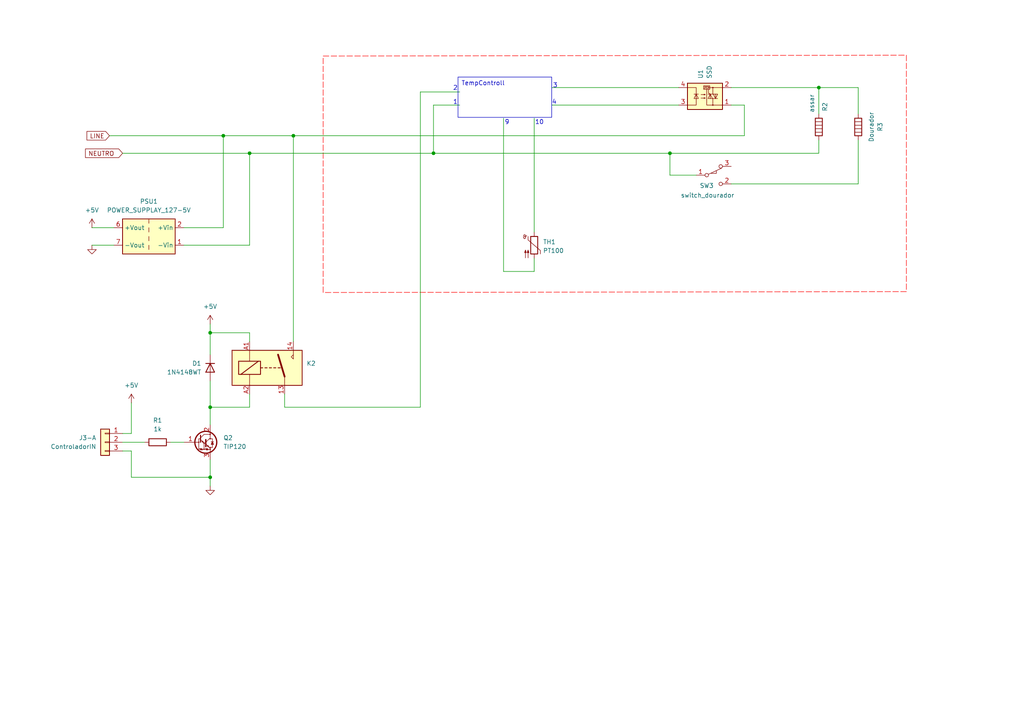
<source format=kicad_sch>
(kicad_sch (version 20250114) (generator "eeschema") (generator_version "9.0")
  (paper "A4")
  (lib_symbols
    (symbol "Connector_Generic:Conn_01x03" (pin_names (offset 1.016) (hide yes))
      (property "Reference" "J" (at 0 5.08 0))
      (property "Value" "Conn_01x03" (at 0 -5.08 0))
      (symbol "Conn_01x03_1_1"
        (rectangle (start -1.27 3.81) (end 1.27 -3.81) (stroke (width 0.254)) (fill (type background)))
        (rectangle (start -1.27 2.667) (end 0 2.413) (stroke (width 0.1524)))
        (rectangle (start -1.27 0.127) (end 0 -0.127) (stroke (width 0.1524)))
        (rectangle (start -1.27 -2.413) (end 0 -2.667) (stroke (width 0.1524)))
        (pin passive line (at -5.08 2.54 0) (length 3.81) (name "Pin_1") (number "1"))
        (pin passive line (at -5.08 0 0) (length 3.81) (name "Pin_2") (number "2"))
        (pin passive line (at -5.08 -2.54 0) (length 3.81) (name "Pin_3") (number "3"))
      )
    )
    (symbol "Converter_DCDC:ITX1209SA"
      (property "Reference" "PS" (at -7.62 6.35 0))
      (property "Value" "ITX1209SA" (at 1.27 6.35 0))
      (symbol "ITX1209SA_0_0"
        (pin power_in line (at -10.16 2.54 0) (length 2.54) (name "+Vin") (number "2"))
        (pin power_in line (at -10.16 -2.54 0) (length 2.54) (name "-Vin") (number "1"))
        (pin no_connect line (at 7.62 0 180) (length 2.54) (hide yes) (name "NC") (number "8"))
        (pin power_out line (at 10.16 2.54 180) (length 2.54) (name "+Vout") (number "6"))
        (pin power_out line (at 10.16 -2.54 180) (length 2.54) (name "-Vout") (number "7"))
      )
      (symbol "ITX1209SA_0_1"
        (rectangle (start -7.62 5.08) (end 7.62 -5.08) (stroke (width 0.254)) (fill (type background)))
        (polyline (pts (xy 0 5.08) (xy 0 3.81)))
        (polyline (pts (xy 0 2.54) (xy 0 1.27)))
        (polyline (pts (xy 0 0) (xy 0 -1.27)))
        (polyline (pts (xy 0 -2.54) (xy 0 -3.81)))
      )
    )
    (symbol "Device:Heater" (pin_numbers (hide yes)) (pin_names (offset 0))
      (property "Reference" "R" (at 2.032 0 90))
      (property "Value" "Heater" (at -2.032 0 90))
      (symbol "Heater_0_1"
        (polyline (pts (xy -1.016 1.524) (xy 1.016 1.524)))
        (rectangle (start -1.016 -2.54) (end 1.016 2.54) (stroke (width 0.254)))
        (polyline (pts (xy 1.016 0.508) (xy -1.016 0.508)))
        (polyline (pts (xy 1.016 -0.508) (xy -1.016 -0.508)))
        (polyline (pts (xy 1.016 -1.524) (xy -1.016 -1.524)))
      )
      (symbol "Heater_1_1"
        (pin passive line (at 0 3.81 270) (length 1.27) (name "~") (number "1"))
        (pin passive line (at 0 -3.81 90) (length 1.27) (name "~") (number "2"))
      )
    )
    (symbol "Device:R" (pin_numbers (hide yes)) (pin_names (offset 0))
      (property "Reference" "R" (at 2.032 0 90))
      (property "Value" "R" (at 0 0 90))
      (symbol "R_0_1"
        (rectangle (start -1.016 -2.54) (end 1.016 2.54) (stroke (width 0.254)))
      )
      (symbol "R_1_1"
        (pin passive line (at 0 3.81 270) (length 1.27) (name "~") (number "1"))
        (pin passive line (at 0 -3.81 90) (length 1.27) (name "~") (number "2"))
      )
    )
    (symbol "Diode:1N4148WT" (pin_numbers (hide yes)) (pin_names (hide yes))
      (property "Reference" "D" (at 0 2.54 0))
      (property "Value" "1N4148WT" (at 0 -2.54 0))
      (symbol "1N4148WT_0_1"
        (polyline (pts (xy -1.27 1.27) (xy -1.27 -1.27)) (stroke (width 0.254)))
        (polyline (pts (xy 1.27 1.27) (xy 1.27 -1.27) (xy -1.27 0) (xy 1.27 1.27)) (stroke (width 0.254)))
        (polyline (pts (xy 1.27 0) (xy -1.27 0)))
      )
      (symbol "1N4148WT_1_1"
        (pin passive line (at -3.81 0 0) (length 2.54) (name "K") (number "1"))
        (pin passive line (at 3.81 0 180) (length 2.54) (name "A") (number "2"))
      )
    )
    (symbol "Relay:Fujitsu_FTR-LYAA005x"
      (property "Reference" "K" (at 11.43 3.81 0))
      (property "Value" "Fujitsu_FTR-LYAA005x" (at 11.43 1.27 0))
      (symbol "Fujitsu_FTR-LYAA005x_0_0"
        (polyline (pts (xy 7.62 5.08) (xy 7.62 2.54) (xy 6.985 3.175) (xy 7.62 3.81)))
      )
      (symbol "Fujitsu_FTR-LYAA005x_0_1"
        (rectangle (start -10.16 5.08) (end 10.16 -5.08) (stroke (width 0.254)) (fill (type background)))
        (rectangle (start -8.255 1.905) (end -1.905 -1.905) (stroke (width 0.254)))
        (polyline (pts (xy -7.62 -1.905) (xy -2.54 1.905)) (stroke (width 0.254)))
        (polyline (pts (xy -5.08 5.08) (xy -5.08 1.905)))
        (polyline (pts (xy -5.08 -5.08) (xy -5.08 -1.905)))
        (polyline (pts (xy -1.905 0) (xy -1.27 0)) (stroke (width 0.254)))
        (polyline (pts (xy -0.635 0) (xy 0 0)) (stroke (width 0.254)))
        (polyline (pts (xy 0.635 0) (xy 1.27 0)) (stroke (width 0.254)))
        (polyline (pts (xy 1.905 0) (xy 2.54 0)) (stroke (width 0.254)))
        (polyline (pts (xy 3.175 0) (xy 3.81 0)) (stroke (width 0.254)))
        (polyline (pts (xy 5.08 -2.54) (xy 3.175 3.81)) (stroke (width 0.508)))
        (polyline (pts (xy 5.08 -2.54) (xy 5.08 -5.08)))
      )
      (symbol "Fujitsu_FTR-LYAA005x_1_1"
        (pin passive line (at -5.08 7.62 270) (length 2.54) (name "~") (number "A1"))
        (pin passive line (at -5.08 -7.62 90) (length 2.54) (name "~") (number "A2"))
        (pin passive line (at 5.08 -7.62 90) (length 2.54) (name "~") (number "13"))
        (pin passive line (at 7.62 7.62 270) (length 2.54) (name "~") (number "14"))
      )
    )
    (symbol "Relay_SolidState:HHG1D-1"
      (property "Reference" "U" (at -5.08 5.08 0))
      (property "Value" "HHG1D-1" (at 0 5.08 0))
      (symbol "HHG1D-1_0_0"
        (rectangle (start -0.381 -2.032) (end 1.397 -3.048))
        (polyline (pts (xy 1.524 -0.635) (xy 1.016 -1.016) (xy 1.016 -2.032)))
        (polyline (pts (xy 2.286 -2.54) (xy 1.397 -2.54)))
        (text "ZCD" (at 0.508 -2.54 0) (effects (font (size 0.508 0.508))))
      )
      (symbol "HHG1D-1_0_1"
        (rectangle (start -5.08 3.81) (end 5.08 -3.81) (stroke (width 0.254)) (fill (type background)))
        (polyline (pts (xy -5.08 2.54) (xy -2.54 2.54) (xy -2.54 -2.54) (xy -5.08 -2.54)))
        (polyline (pts (xy -3.175 -0.635) (xy -1.905 -0.635)))
        (polyline (pts (xy -2.54 -0.635) (xy -3.175 0.635) (xy -1.905 0.635) (xy -2.54 -0.635)))
        (polyline (pts (xy -1.143 0.508) (xy 0.127 0.508) (xy -0.254 0.381) (xy -0.254 0.635) (xy 0.127 0.508)))
        (polyline (pts (xy -1.143 -0.508) (xy 0.127 -0.508) (xy -0.254 -0.635) (xy -0.254 -0.381) (xy 0.127 -0.508)))
        (polyline (pts (xy 0.889 -0.635) (xy 3.683 -0.635) (xy 3.048 0.635) (xy 2.413 -0.635)))
        (polyline (pts (xy 1.524 -0.635) (xy 1.524 0.635)))
        (polyline (pts (xy 2.286 2.54) (xy 0.508 2.54) (xy 0.508 -2.032)))
        (circle (center 2.286 2.54) (radius 0.127))
        (polyline (pts (xy 2.286 0.635) (xy 2.286 2.54) (xy 5.08 2.54)))
        (polyline (pts (xy 2.286 -0.635) (xy 2.286 -2.54) (xy 5.08 -2.54)))
        (circle (center 2.286 -2.54) (radius 0.127))
        (polyline (pts (xy 3.048 0.635) (xy 3.048 -0.635)))
        (polyline (pts (xy 3.683 0.635) (xy 0.889 0.635) (xy 1.524 -0.635) (xy 2.159 0.635)))
      )
      (symbol "HHG1D-1_1_1"
        (pin passive line (at -7.62 2.54 0) (length 2.54) (name "~") (number "3"))
        (pin passive line (at -7.62 -2.54 0) (length 2.54) (name "~") (number "4"))
        (pin passive line (at 7.62 2.54 180) (length 2.54) (name "~") (number "1"))
        (pin passive line (at 7.62 -2.54 180) (length 2.54) (name "~") (number "2"))
      )
    )
    (symbol "Sensor_Temperature:PT100" (pin_numbers (hide yes)) (pin_names (offset 0))
      (property "Reference" "TH" (at -4.445 0 90))
      (property "Value" "PT100" (at 3.175 0 90))
      (symbol "PT100_0_1"
        (arc (start -3.175 2.413) (mid -3.0506 2.3165) (end -3.048 2.159))
        (arc (start -3.048 2.794) (mid -2.9736 2.9736) (end -2.794 3.048))
        (arc (start -2.794 3.048) (mid -2.6144 2.9736) (end -2.54 2.794))
        (arc (start -2.794 2.54) (mid -2.9736 2.6144) (end -3.048 2.794))
        (arc (start -2.794 1.905) (mid -2.9736 1.9794) (end -3.048 2.159))
        (arc (start -2.54 2.159) (mid -2.6144 1.9794) (end -2.794 1.905))
        (arc (start -2.159 2.794) (mid -2.434 2.5608) (end -2.794 2.54))
        (polyline (pts (xy -2.54 2.159) (xy -2.54 2.794)))
        (polyline (pts (xy -2.54 -3.683) (xy -2.54 -1.397) (xy -2.794 -2.159) (xy -2.286 -2.159) (xy -2.54 -1.397) (xy -2.54 -1.651)) (fill (type outline)))
        (polyline (pts (xy -1.778 2.54) (xy -1.778 1.524) (xy 1.778 -1.524) (xy 1.778 -2.54)))
        (polyline (pts (xy -1.778 -3.683) (xy -1.778 -1.397) (xy -2.032 -2.159) (xy -1.524 -2.159) (xy -1.778 -1.397) (xy -1.778 -1.651)) (fill (type outline)))
        (rectangle (start -1.016 2.54) (end 1.016 -2.54) (stroke (width 0.254)))
      )
      (symbol "PT100_1_1"
        (pin passive line (at 0 3.81 270) (length 1.27) (name "~") (number "1"))
        (pin passive line (at 0 -3.81 90) (length 1.27) (name "~") (number "2"))
      )
    )
    (symbol "Switch:SW_SPDT_XKB_DMx-xxxx-1" (pin_names (offset 0) (hide yes))
      (property "Reference" "SW" (at 0 4.318 0))
      (property "Value" "SW_SPDT_XKB_DMx-xxxx-1" (at 0 -5.588 0))
      (symbol "SW_SPDT_XKB_DMx-xxxx-1_1_1"
        (circle (center -2.032 0) (radius 0.508))
        (polyline (pts (xy -1.524 0.254) (xy 2.286 2.032)))
        (polyline (pts (xy -0.762 0.508) (xy 0.762 0.508) (xy 0.762 1.27)))
        (circle (center 2.032 2.54) (radius 0.508))
        (circle (center 2.032 -2.54) (radius 0.508))
        (pin passive line (at -5.08 0 0) (length 2.54) (name "A") (number "1"))
        (pin passive line (at 5.08 2.54 180) (length 2.54) (name "C") (number "3"))
        (pin passive line (at 5.08 -2.54 180) (length 2.54) (name "B") (number "2"))
      )
    )
    (symbol "Transistor_BJT:TIP120" (pin_names (offset 0) (hide yes))
      (property "Reference" "Q" (at 5.08 1.905 0))
      (property "Value" "TIP120" (at 5.08 0 0))
      (symbol "TIP120_0_1"
        (polyline (pts (xy -1.27 0) (xy -0.889 0)))
        (circle (center -0.762 0) (radius 0.127))
        (polyline (pts (xy -0.254 2.032) (xy -0.254 0) (xy -0.254 0)) (stroke (width 0.3048)))
        (polyline (pts (xy -0.254 1.27) (xy 0.762 2.286) (xy 2.54 2.286)))
        (polyline (pts (xy -0.254 1.016) (xy -0.762 1.016) (xy -0.762 -2.032)))
        (polyline (pts (xy -0.254 0.762) (xy 0.762 -0.254) (xy 1.27 -0.254)))
        (polyline (pts (xy 0.635 -0.127) (xy 0.381 0.381) (xy 0.127 0.127) (xy 0.635 -0.127)))
        (polyline (pts (xy 0.762 -0.254) (xy 0.762 -2.032) (xy 1.143 -2.032) (xy 1.27 -1.778) (xy 1.397 -2.286) (xy 1.524 -1.778) (xy 1.651 -2.286) (xy 1.778 -1.778) (xy 1.905 -2.286) (xy 2.032 -2.032) (xy 2.54 -2.032)))
        (circle (center 0.762 -0.254) (radius 0.127))
        (polyline (pts (xy 0.762 -2.032) (xy 0.381 -2.032) (xy 0.254 -2.286) (xy 0.127 -1.778) (xy 0 -2.286) (xy -0.127 -1.778) (xy -0.254 -2.286) (xy -0.381 -1.778) (xy -0.508 -2.032) (xy -0.762 -2.032)))
        (circle (center 0.762 -2.032) (radius 0.127))
        (polyline (pts (xy 1.27 0.762) (xy 1.27 -1.27) (xy 1.27 -1.27)) (stroke (width 0.381)))
        (polyline (pts (xy 1.27 0) (xy 2.286 1.016) (xy 2.54 1.016) (xy 2.54 2.286)))
        (circle (center 1.27 0) (radius 3.175) (stroke (width 0.3556)))
        (polyline (pts (xy 1.27 -0.508) (xy 2.286 -1.524) (xy 2.54 -1.524) (xy 2.54 -2.032)))
        (polyline (pts (xy 2.159 -1.397) (xy 1.905 -0.889) (xy 1.651 -1.143) (xy 2.159 -1.397)))
        (circle (center 2.54 2.286) (radius 0.127))
        (circle (center 2.54 1.016) (radius 0.127))
        (polyline (pts (xy 2.54 -1.524) (xy 3.175 -1.524)))
        (circle (center 2.54 -1.524) (radius 0.127))
        (polyline (pts (xy 2.54 -2.032) (xy 2.54 -2.54)))
        (circle (center 2.54 -2.032) (radius 0.127))
        (polyline (pts (xy 2.794 0.127) (xy 3.556 0.127)))
        (polyline (pts (xy 3.175 1.016) (xy 2.54 1.016)))
        (polyline (pts (xy 3.175 1.016) (xy 3.175 0.127)))
        (polyline (pts (xy 3.175 0.127) (xy 2.794 -0.635) (xy 3.556 -0.635) (xy 3.175 0.127)) (fill (type outline)))
        (polyline (pts (xy 3.175 -0.635) (xy 3.175 -1.524)))
      )
      (symbol "TIP120_1_1"
        (pin input line (at -5.08 0 0) (length 3.81) (name "B") (number "1"))
        (pin passive line (at 2.54 5.08 270) (length 2.667) (name "C") (number "2"))
        (pin passive line (at 2.54 -5.08 90) (length 2.54) (name "E") (number "3"))
      )
    )
    (symbol "power:+5V" (power) (pin_numbers (hide yes)) (pin_names (offset 0) (hide yes))
      (property "Value" "+5V" (at 0 3.556 0))
      (symbol "+5V_0_1"
        (polyline (pts (xy -0.762 1.27) (xy 0 2.54)))
        (polyline (pts (xy 0 2.54) (xy 0.762 1.27)))
        (polyline (pts (xy 0 0) (xy 0 2.54)))
      )
      (symbol "+5V_1_1"
        (pin power_in line (at 0 0 90) (length 0) (name "~") (number "1"))
      )
    )
    (symbol "power:GND" (power) (pin_numbers (hide yes)) (pin_names (offset 0) (hide yes))
      (property "Value" "GND" (at 0 -3.81 0))
      (symbol "GND_0_1"
        (polyline (pts (xy 0 0) (xy 0 -1.27) (xy 1.27 -1.27) (xy 0 -2.54) (xy -1.27 -1.27) (xy 0 -1.27)))
      )
      (symbol "GND_1_1"
        (pin power_in line (at 0 0 270) (length 0) (name "~") (number "1"))
      )
    )
  )
  (text "2" (at 132.08 25.654 0) (effects (font (size 1.27 1.27))))
  (text "9" (at 147.066 35.56 0) (effects (font (size 1.27 1.27))))
  (text "10" (at 156.464 35.56 0) (effects (font (size 1.27 1.27))))
  (text "3" (at 161.036 24.892 0) (effects (font (size 1.27 1.27))))
  (text "4" (at 160.782 29.718 0) (effects (font (size 1.27 1.27))))
  (text "1" (at 132.08 29.718 0) (effects (font (size 1.27 1.27))))
  (text_box "TempControll" (at 132.842 22.352 0) (size 27.178 11.684) (margins 0.9525 0.9525 0.9525 0.9525) (effects (font (size 1.27 1.27)) (justify left top)))
  (junction (at 60.96 96.52))
  (junction (at 72.39 44.45))
  (junction (at 237.49 25.4))
  (junction (at 194.31 44.45))
  (junction (at 85.09 39.37))
  (junction (at 64.77 39.37))
  (junction (at 125.73 44.45))
  (junction (at 60.96 118.11))
  (junction (at 60.96 138.43))
  (wire (pts (xy 38.1 130.81) (xy 38.1 138.43)))
  (wire (pts (xy 212.09 53.34) (xy 248.92 53.34)))
  (wire (pts (xy 237.49 25.4) (xy 237.49 33.02)))
  (wire (pts (xy 194.31 44.45) (xy 194.31 50.8)))
  (wire (pts (xy 154.94 74.93) (xy 154.94 78.74)))
  (wire (pts (xy 215.9 39.37) (xy 215.9 30.48)))
  (wire (pts (xy 72.39 44.45) (xy 125.73 44.45)))
  (wire (pts (xy 125.73 44.45) (xy 194.31 44.45)))
  (wire (pts (xy 60.96 93.98) (xy 60.96 96.52)))
  (wire (pts (xy 82.55 118.11) (xy 82.55 114.3)))
  (wire (pts (xy 121.92 118.11) (xy 121.92 26.67)))
  (wire (pts (xy 60.96 96.52) (xy 60.96 102.87)))
  (wire (pts (xy 60.96 140.97) (xy 60.96 138.43)))
  (wire (pts (xy 72.39 118.11) (xy 60.96 118.11)))
  (wire (pts (xy 72.39 114.3) (xy 72.39 118.11)))
  (wire (pts (xy 60.96 138.43) (xy 60.96 133.35)))
  (wire (pts (xy 72.39 99.06) (xy 72.39 96.52)))
  (wire (pts (xy 85.09 39.37) (xy 85.09 99.06)))
  (wire (pts (xy 215.9 30.48) (xy 212.09 30.48)))
  (wire (pts (xy 60.96 118.11) (xy 60.96 123.19)))
  (wire (pts (xy 38.1 116.84) (xy 38.1 125.73)))
  (wire (pts (xy 72.39 96.52) (xy 60.96 96.52)))
  (wire (pts (xy 237.49 25.4) (xy 248.92 25.4)))
  (wire (pts (xy 201.93 50.8) (xy 194.31 50.8)))
  (wire (pts (xy 125.73 30.48) (xy 133.35 30.48)))
  (wire (pts (xy 146.05 34.29) (xy 146.05 78.74)))
  (wire (pts (xy 53.34 71.12) (xy 72.39 71.12)))
  (wire (pts (xy 64.77 39.37) (xy 85.09 39.37)))
  (wire (pts (xy 35.56 130.81) (xy 38.1 130.81)))
  (wire (pts (xy 53.34 66.04) (xy 64.77 66.04)))
  (wire (pts (xy 72.39 71.12) (xy 72.39 44.45)))
  (wire (pts (xy 154.94 78.74) (xy 146.05 78.74)))
  (wire (pts (xy 194.31 44.45) (xy 237.49 44.45)))
  (wire (pts (xy 60.96 110.49) (xy 60.96 118.11)))
  (wire (pts (xy 237.49 40.64) (xy 237.49 44.45)))
  (wire (pts (xy 160.02 25.4) (xy 196.85 25.4)))
  (wire (pts (xy 125.73 44.45) (xy 125.73 30.48)))
  (wire (pts (xy 248.92 33.02) (xy 248.92 25.4)))
  (wire (pts (xy 154.94 34.29) (xy 154.94 67.31)))
  (wire (pts (xy 38.1 125.73) (xy 35.56 125.73)))
  (wire (pts (xy 35.56 44.45) (xy 72.39 44.45)))
  (wire (pts (xy 31.75 39.37) (xy 64.77 39.37)))
  (wire (pts (xy 26.67 71.12) (xy 33.02 71.12)))
  (wire (pts (xy 160.02 30.48) (xy 196.85 30.48)))
  (wire (pts (xy 248.92 40.64) (xy 248.92 53.34)))
  (wire (pts (xy 85.09 39.37) (xy 215.9 39.37)))
  (wire (pts (xy 49.53 128.27) (xy 53.34 128.27)))
  (wire (pts (xy 26.67 66.04) (xy 33.02 66.04)))
  (wire (pts (xy 35.56 128.27) (xy 41.91 128.27)))
  (wire (pts (xy 212.09 25.4) (xy 237.49 25.4)))
  (wire (pts (xy 121.92 26.67) (xy 133.35 26.67)))
  (wire (pts (xy 64.77 66.04) (xy 64.77 39.37)))
  (wire (pts (xy 82.55 118.11) (xy 121.92 118.11)))
  (wire (pts (xy 38.1 138.43) (xy 60.96 138.43)))
  (global_label "NEUTRO " (shape input) (at 35.56 44.45 180) (property "Intersheetrefs" "${INTERSHEET_REFS}" (effects (hide yes))))
  (global_label "LINE" (shape input) (at 31.75 39.37 180) (property "Intersheetrefs" "${INTERSHEET_REFS}" (effects (hide yes))))
  (rule_area (polyline (pts (xy 93.726 84.836) (xy 93.726 16.256) (xy 262.89 16.002) (xy 262.89 84.582)) (stroke (width 0) (type dash))))
  (symbol (lib_id "power:GND") (at 60.96 140.97 0) (mirror y) (unit 1)
    (property "Reference" "#PWR02" (effects (hide yes)))
    (property "Value" "GND" (effects (hide yes)))
    (property "Description" "Power symbol creates a global label with name \"GND\" , ground" (effects (hide yes)))
  )
  (symbol (lib_id "Device:R") (at 45.72 128.27 270) (mirror x) (unit 1)
    (property "Reference" "R1" (at 45.72 121.92 90))
    (property "Value" "1k" (at 45.72 124.46 90))
    (property "Description" "Resistor" (effects (hide yes)))
  )
  (symbol (lib_id "Device:Heater") (at 237.49 36.83 0) (mirror x) (unit 1)
    (property "Reference" "R2" (at 239.268 30.988 90))
    (property "Value" "assar" (at 235.458 29.972 90))
    (property "Description" "Resistive heater" (effects (hide yes)))
  )
  (symbol (lib_id "power:+5V") (at 26.67 66.04 0) (mirror y) (unit 1)
    (property "Reference" "#PWR04" (effects (hide yes)))
    (property "Value" "+5V" (at 26.67 60.96 0))
    (property "Description" "Power symbol creates a global label with name \"+5V\"" (effects (hide yes)))
  )
  (symbol (lib_id "Diode:1N4148WT") (at 60.96 106.68 90) (mirror x) (unit 1)
    (property "Reference" "D1" (at 58.42 105.4099 90) (effects (justify left)))
    (property "Value" "1N4148WT" (at 58.42 107.9499 90) (effects (justify left)))
    (property "Footprint" "Diode_SMD:D_SOD-523" (effects (hide yes)))
    (property "Datasheet" "https://www.diodes.com/assets/Datasheets/ds30396.pdf" (effects (hide yes)))
    (property "Description" "75V 0.15A Fast switching Diode, SOD-523" (effects (hide yes)))
    (property "Sim.Device" "D" (effects (hide yes)))
    (property "Sim.Pins" "1=K 2=A" (effects (hide yes)))
  )
  (symbol (lib_id "Device:Heater") (at 248.92 36.83 0) (mirror x) (unit 1)
    (property "Reference" "R3" (at 255.27 36.83 90))
    (property "Value" "Dourador" (at 252.73 36.83 90))
    (property "Description" "Resistive heater" (effects (hide yes)))
  )
  (symbol (lib_id "Relay:Fujitsu_FTR-LYAA005x") (at 77.47 106.68 0) (unit 1)
    (property "Reference" "K2" (at 88.9 105.4099 0) (effects (justify left)))
    (property "Value" "Fujitsu_FTR-LYAA005x" (effects (hide yes)))
    (property "Footprint" "Relay_THT:Relay_SPST-NO_Fujitsu_FTR-LYAA005x_FormA_Vertical" (effects (hide yes)))
    (property "Datasheet" "https://www.fujitsu.com/sg/imagesgig5/ftr-ly.pdf" (effects (hide yes)))
    (property "Description" "Relay, SPST Form A, vertical mount, 5-60V coil, 6A, 250VAC, 28 x 5 x 15mm" (effects (hide yes)))
  )
  (symbol (lib_id "Relay_SolidState:HHG1D-1") (at 204.47 27.94 0) (mirror x) (unit 1)
    (property "Reference" "U1" (at 203.1999 22.86 90) (effects (justify right)))
    (property "Value" "SSD" (at 205.7399 22.86 90) (effects (justify right)))
    (property "Footprint" "Relay_THT:Relay_NCR_HHG1D-1" (effects (hide yes)))
    (property "Datasheet" "https://ncr.hk/uploads/Relays/Solid_State_Relays/HHG1D-1.pdf" (effects (hide yes)))
    (property "Description" "NCR zero cross solid state relay 1A, 2A, 3A, 4A" (effects (hide yes)))
  )
  (symbol (lib_id "power:+5V") (at 60.96 93.98 0) (mirror y) (unit 1)
    (property "Reference" "#PWR03" (effects (hide yes)))
    (property "Value" "+5V" (at 60.96 88.9 0))
    (property "Description" "Power symbol creates a global label with name \"+5V\"" (effects (hide yes)))
  )
  (symbol (lib_id "Transistor_BJT:TIP120") (at 58.42 128.27 0) (unit 1)
    (property "Reference" "Q2" (at 64.77 126.9999 0) (effects (justify left)))
    (property "Value" "TIP120" (at 64.77 129.5399 0) (effects (justify left)))
    (property "Footprint" "Package_TO_SOT_THT:TO-220-3_Vertical" (effects (hide yes)))
    (property "Datasheet" "https://www.onsemi.com/pub/Collateral/TIP120-D.PDF" (effects (hide yes)))
    (property "Description" "5A Ic, 60V Vce, Silicon Darlington Power NPN Transistor, TO-220" (effects (hide yes)))
  )
  (symbol (lib_id "power:GND") (at 26.67 71.12 0) (mirror y) (unit 1)
    (property "Reference" "#PWR05" (effects (hide yes)))
    (property "Value" "GND" (effects (hide yes)))
    (property "Description" "Power symbol creates a global label with name \"GND\" , ground" (effects (hide yes)))
  )
  (symbol (lib_id "Connector_Generic:Conn_01x03") (at 30.48 128.27 0) (mirror y) (unit 1)
    (property "Reference" "J3-A" (at 27.94 126.9999 0) (effects (justify left)))
    (property "Value" "ControladorIN" (at 27.94 129.5399 0) (effects (justify left)))
    (property "Description" "Generic connector, single row, 01x03, script generated (kicad-library-utils/schlib/autogen/connector/)" (effects (hide yes)))
  )
  (symbol (lib_id "power:+5V") (at 38.1 116.84 0) (mirror y) (unit 1)
    (property "Reference" "#PWR01" (effects (hide yes)))
    (property "Value" "+5V" (at 38.1 111.76 0))
    (property "Description" "Power symbol creates a global label with name \"+5V\"" (effects (hide yes)))
  )
  (symbol (lib_id "Sensor_Temperature:PT100") (at 154.94 71.12 0) (unit 1)
    (property "Reference" "TH1" (at 157.48 70.1674 0) (effects (justify left)))
    (property "Value" "PT100" (at 157.48 72.7074 0) (effects (justify left)))
    (property "Datasheet" "https://www.heraeus.com/media/media/group/doc_group/products_1/hst/sot_to/de_15/to_92_d.pdf" (effects (hide yes)))
    (property "Description" "PT100 platinum temperature sensor (RTD)" (effects (hide yes)))
  )
  (symbol (lib_id "Switch:SW_SPDT_XKB_DMx-xxxx-1") (at 207.01 50.8 0) (unit 1)
    (property "Reference" "SW3" (at 204.978 53.848 0))
    (property "Value" "switch_dourador" (at 205.232 56.642 0))
    (property "Description" "Position switch" (effects (hide yes)))
  )
  (symbol (lib_id "Converter_DCDC:ITX1209SA") (at 43.18 68.58 0) (mirror y) (unit 1)
    (property "Reference" "PSU1" (at 43.18 58.42 0))
    (property "Value" "POWER_SUPPLAY_127-5V" (at 43.18 60.96 0))
    (property "Footprint" "Converter_DCDC:Converter_DCDC_XP_POWER-ITXxxxxSA_THT" (effects (hide yes)))
    (property "Datasheet" "https://www.xppower.com/pdfs/SF_ITX.pdf" (effects (hide yes)))
    (property "Description" "XP Power 6W, 1000 VDC Isolated DC/DC Converter Module, Fully Regulated Single Output Voltage 9V, ±666mA, 12V Input Voltage, SIP" (effects (hide yes)))
  )
)
</source>
